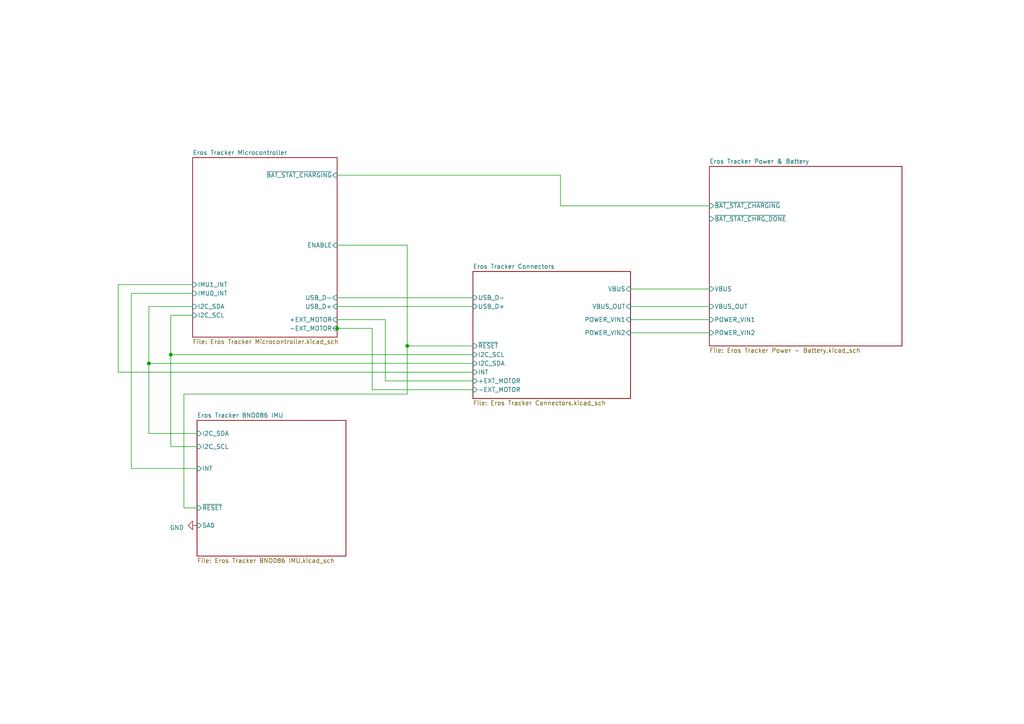
<source format=kicad_sch>
(kicad_sch (version 20230121) (generator eeschema)
  (paper "A4")
  (lib_symbols
    (symbol "power:GND" (power) (pin_names (offset 0))
      (property "Value" "GND" (at 0 -3.81 0))
      (symbol "GND_0_1"
        (polyline (pts (xy 0 0) (xy 0 -1.27) (xy 1.27 -1.27) (xy 0 -2.54) (xy -1.27 -1.27) (xy 0 -1.27)))
      )
      (symbol "GND_1_1"
        (pin power_in line (at 0 0 270) (length 0) hide (name "GND") (number "1"))
      )
    )
  )
  (junction (at 43.18 105.41))
  (junction (at 118.11 100.33))
  (junction (at 49.53 102.87))
  (junction (at 97.79 95.25))
  (wire (pts (xy 49.53 102.87) (xy 49.53 129.54)))
  (wire (pts (xy 34.29 107.95) (xy 34.29 82.55)))
  (wire (pts (xy 53.34 114.3) (xy 118.11 114.3)))
  (wire (pts (xy 55.88 85.09) (xy 38.1 85.09)))
  (wire (pts (xy 118.11 114.3) (xy 118.11 100.33)))
  (wire (pts (xy 118.11 71.12) (xy 118.11 100.33)))
  (wire (pts (xy 107.95 95.25) (xy 107.95 113.03)))
  (wire (pts (xy 43.18 105.41) (xy 43.18 125.73)))
  (wire (pts (xy 97.79 71.12) (xy 118.11 71.12)))
  (wire (pts (xy 53.34 147.32) (xy 53.34 114.3)))
  (wire (pts (xy 55.88 91.44) (xy 49.53 91.44)))
  (wire (pts (xy 43.18 88.9) (xy 43.18 105.41)))
  (wire (pts (xy 137.16 110.49) (xy 111.76 110.49)))
  (wire (pts (xy 97.79 86.36) (xy 137.16 86.36)))
  (wire (pts (xy 118.11 100.33) (xy 137.16 100.33)))
  (wire (pts (xy 55.88 88.9) (xy 43.18 88.9)))
  (wire (pts (xy 49.53 129.54) (xy 57.15 129.54)))
  (wire (pts (xy 96.52 95.25) (xy 97.79 95.25)))
  (wire (pts (xy 49.53 91.44) (xy 49.53 102.87)))
  (wire (pts (xy 182.88 96.52) (xy 205.74 96.52)))
  (wire (pts (xy 162.56 50.8) (xy 97.79 50.8)))
  (wire (pts (xy 107.95 113.03) (xy 137.16 113.03)))
  (wire (pts (xy 43.18 125.73) (xy 57.15 125.73)))
  (wire (pts (xy 43.18 105.41) (xy 137.16 105.41)))
  (wire (pts (xy 97.79 88.9) (xy 137.16 88.9)))
  (wire (pts (xy 34.29 82.55) (xy 55.88 82.55)))
  (wire (pts (xy 38.1 85.09) (xy 38.1 135.89)))
  (wire (pts (xy 97.79 95.25) (xy 107.95 95.25)))
  (wire (pts (xy 111.76 110.49) (xy 111.76 92.71)))
  (wire (pts (xy 49.53 102.87) (xy 137.16 102.87)))
  (wire (pts (xy 137.16 107.95) (xy 34.29 107.95)))
  (wire (pts (xy 205.74 59.69) (xy 162.56 59.69)))
  (wire (pts (xy 38.1 135.89) (xy 57.15 135.89)))
  (wire (pts (xy 111.76 92.71) (xy 97.79 92.71)))
  (wire (pts (xy 182.88 88.9) (xy 205.74 88.9)))
  (wire (pts (xy 182.88 83.82) (xy 205.74 83.82)))
  (wire (pts (xy 162.56 59.69) (xy 162.56 50.8)))
  (wire (pts (xy 57.15 147.32) (xy 53.34 147.32)))
  (wire (pts (xy 182.88 92.71) (xy 205.74 92.71)))
  (symbol (lib_id "power:GND") (at 57.15 152.4 270) (unit 1)
    (property "Reference" "#PWR01" (effects hide))
    (property "Value" "GND" (at 53.34 153.035 90) (effects (justify right)))
  )
  (sheet (at 57.15 121.92) (size 43.18 39.37) (stroke (width 0.1524))
    (property "Sheetname" "Eros Tracker BNO086 IMU" (at 57.15 121.2084 0) (effects (justify left bottom)))
    (property "Sheetfile" "Eros Tracker BNO086 IMU.kicad_sch" (at 57.15 161.8746 0) (effects (justify left top)))
    (pin "INT" input (at 57.15 135.89 180))
    (pin "~{RESET}" input (at 57.15 147.32 180))
    (pin "SA0" input (at 57.15 152.4 180))
    (pin "I2C_SCL" input (at 57.15 129.54 180))
    (pin "I2C_SDA" input (at 57.15 125.73 180))
  )
  (sheet (at 205.74 48.26) (size 55.88 52.07)
    (property "Sheetname" "Eros Tracker Power & Battery" (at 205.74 47.5484 0) (effects (justify left bottom)))
    (property "Sheetfile" "Eros Tracker Power - Battery.kicad_sch" (at 205.74 100.9146 0) (effects (justify left top)))
    (pin "VBUS" input (at 205.74 83.82 180))
    (pin "POWER_VIN1" input (at 205.74 92.71 180))
    (pin "VBUS_OUT" input (at 205.74 88.9 180))
    (pin "~{BAT_STAT_CHARGING}" input (at 205.74 59.69 180))
    (pin "~{BAT_STAT_CHRG_DONE}" input (at 205.74 63.5 180))
    (pin "POWER_VIN2" input (at 205.74 96.52 180))
  )
  (sheet (at 55.88 45.72) (size 41.91 52.07)
    (property "Sheetname" "Eros Tracker Microcontroller" (at 55.88 45.0084 0) (effects (justify left bottom)))
    (property "Sheetfile" "Eros Tracker Microcontroller.kicad_sch" (at 55.88 98.3746 0) (effects (justify left top)))
    (pin "USB_D-" input (at 97.79 86.36 0))
    (pin "I2C_SCL" input (at 55.88 91.44 180))
    (pin "I2C_SDA" input (at 55.88 88.9 180))
    (pin "IMU0_INT" input (at 55.88 85.09 180))
    (pin "USB_D+" input (at 97.79 88.9 0))
    (pin "IMU1_INT" input (at 55.88 82.55 180))
    (pin "ENABLE" input (at 97.79 71.12 0))
    (pin "+EXT_MOTOR" input (at 97.79 92.71 0))
    (pin "-EXT_MOTOR" input (at 97.79 95.25 0))
    (pin "~{BAT_STAT_CHARGING}" input (at 97.79 50.8 0))
  )
  (sheet (at 137.16 78.74) (size 45.72 36.83) (stroke (width 0.1524))
    (property "Sheetname" "Eros Tracker Connectors" (at 137.16 78.0284 0) (effects (justify left bottom)))
    (property "Sheetfile" "Eros Tracker Connectors.kicad_sch" (at 137.16 116.1546 0) (effects (justify left top)))
    (pin "USB_D-" input (at 137.16 86.36 180))
    (pin "USB_D+" input (at 137.16 88.9 180))
    (pin "VBUS" input (at 182.88 83.82 0))
    (pin "~{RESET}" input (at 137.16 100.33 180))
    (pin "I2C_SCL" input (at 137.16 102.87 180))
    (pin "I2C_SDA" input (at 137.16 105.41 180))
    (pin "INT" input (at 137.16 107.95 180))
    (pin "POWER_VIN1" input (at 182.88 92.71 0))
    (pin "POWER_VIN2" input (at 182.88 96.52 0))
    (pin "VBUS_OUT" input (at 182.88 88.9 0))
    (pin "-EXT_MOTOR" input (at 137.16 113.03 180))
    (pin "+EXT_MOTOR" input (at 137.16 110.49 180))
  )
)
</source>
